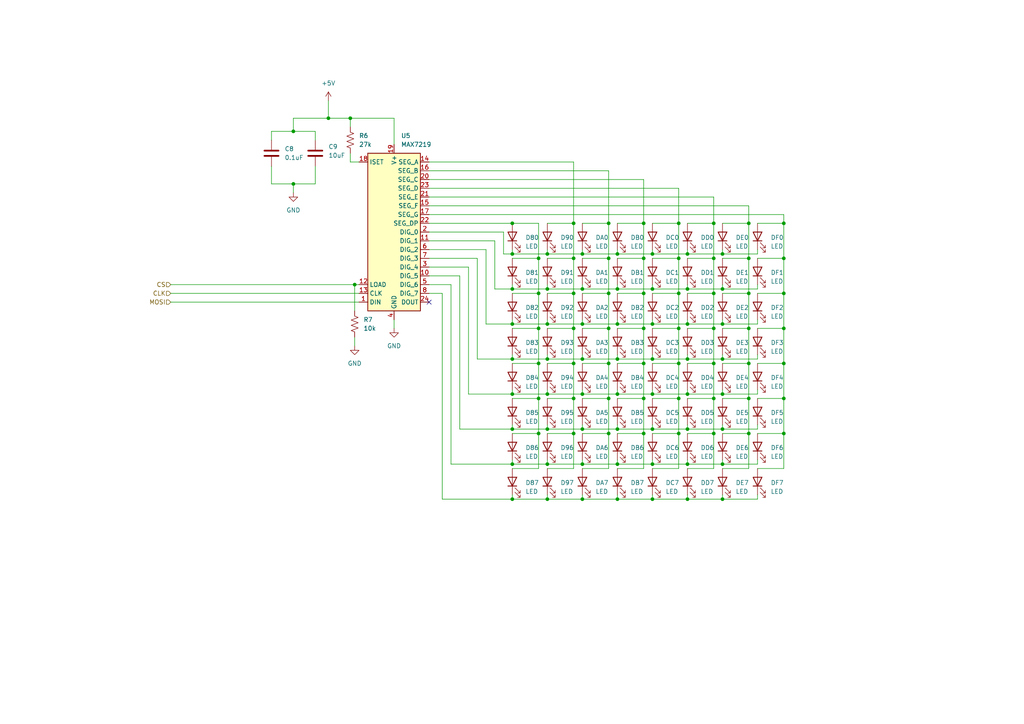
<source format=kicad_sch>
(kicad_sch (version 20211123) (generator eeschema)
  (paper "A4")
  (lib_symbols
    (symbol "Device:C" (pin_numbers hide) (pin_names (offset 0.254))
      (property "Reference" "C" (at 0.635 2.54 0))
      (property "Value" "C" (at 0.635 -2.54 0))
      (symbol "C_0_1"
        (polyline (pts (xy -2.032 -0.762) (xy 2.032 -0.762)) (stroke (width 0.508)))
        (polyline (pts (xy -2.032 0.762) (xy 2.032 0.762)) (stroke (width 0.508)))
      )
      (symbol "C_1_1"
        (pin passive line (at 0 3.81 270) (length 2.794) (name "~") (number "1"))
        (pin passive line (at 0 -3.81 90) (length 2.794) (name "~") (number "2"))
      )
    )
    (symbol "Device:LED" (pin_numbers hide) (pin_names (offset 1.016) hide)
      (property "Reference" "D" (at 0 2.54 0))
      (property "Value" "LED" (at 0 -2.54 0))
      (symbol "LED_0_1"
        (polyline (pts (xy -1.27 -1.27) (xy -1.27 1.27)) (stroke (width 0.254)))
        (polyline (pts (xy -1.27 0) (xy 1.27 0)))
        (polyline (pts (xy 1.27 -1.27) (xy 1.27 1.27) (xy -1.27 0) (xy 1.27 -1.27)) (stroke (width 0.254)))
        (polyline (pts (xy -3.048 -0.762) (xy -4.572 -2.286) (xy -3.81 -2.286) (xy -4.572 -2.286) (xy -4.572 -1.524)))
        (polyline (pts (xy -1.778 -0.762) (xy -3.302 -2.286) (xy -2.54 -2.286) (xy -3.302 -2.286) (xy -3.302 -1.524)))
      )
      (symbol "LED_1_1"
        (pin passive line (at -3.81 0 0) (length 2.54) (name "K") (number "1"))
        (pin passive line (at 3.81 0 180) (length 2.54) (name "A") (number "2"))
      )
    )
    (symbol "Device:R_US" (pin_numbers hide) (pin_names (offset 0))
      (property "Reference" "R" (at 2.54 0 90))
      (property "Value" "R_US" (at -2.54 0 90))
      (symbol "R_US_0_1"
        (polyline (pts (xy 0 -2.286) (xy 0 -2.54)))
        (polyline (pts (xy 0 2.286) (xy 0 2.54)))
        (polyline (pts (xy 0 -0.762) (xy 1.016 -1.143) (xy 0 -1.524) (xy -1.016 -1.905) (xy 0 -2.286)))
        (polyline (pts (xy 0 0.762) (xy 1.016 0.381) (xy 0 0) (xy -1.016 -0.381) (xy 0 -0.762)))
        (polyline (pts (xy 0 2.286) (xy 1.016 1.905) (xy 0 1.524) (xy -1.016 1.143) (xy 0 0.762)))
      )
      (symbol "R_US_1_1"
        (pin passive line (at 0 3.81 270) (length 1.27) (name "~") (number "1"))
        (pin passive line (at 0 -3.81 90) (length 1.27) (name "~") (number "2"))
      )
    )
    (symbol "Driver_LED:MAX7219"
      (property "Reference" "U" (at -6.35 24.13 0))
      (property "Value" "MAX7219" (at 1.27 25.4 0))
      (symbol "MAX7219_0_1"
        (rectangle (start -7.62 22.86) (end 7.62 -22.86) (stroke (width 0.254)) (fill (type background)))
      )
      (symbol "MAX7219_1_1"
        (pin input line (at -10.16 -20.32 0) (length 2.54) (name "DIN") (number "1"))
        (pin output line (at 10.16 -12.7 180) (length 2.54) (name "DIG_5") (number "10"))
        (pin output line (at 10.16 -2.54 180) (length 2.54) (name "DIG_1") (number "11"))
        (pin input line (at -10.16 -15.24 0) (length 2.54) (name "LOAD") (number "12"))
        (pin input line (at -10.16 -17.78 0) (length 2.54) (name "CLK") (number "13"))
        (pin output line (at 10.16 20.32 180) (length 2.54) (name "SEG_A") (number "14"))
        (pin output line (at 10.16 7.62 180) (length 2.54) (name "SEG_F") (number "15"))
        (pin output line (at 10.16 17.78 180) (length 2.54) (name "SEG_B") (number "16"))
        (pin output line (at 10.16 5.08 180) (length 2.54) (name "SEG_G") (number "17"))
        (pin input line (at -10.16 20.32 0) (length 2.54) (name "ISET") (number "18"))
        (pin power_in line (at 0 25.4 270) (length 2.54) (name "V+") (number "19"))
        (pin output line (at 10.16 0 180) (length 2.54) (name "DIG_0") (number "2"))
        (pin output line (at 10.16 15.24 180) (length 2.54) (name "SEG_C") (number "20"))
        (pin output line (at 10.16 10.16 180) (length 2.54) (name "SEG_E") (number "21"))
        (pin output line (at 10.16 2.54 180) (length 2.54) (name "SEG_DP") (number "22"))
        (pin output line (at 10.16 12.7 180) (length 2.54) (name "SEG_D") (number "23"))
        (pin output line (at 10.16 -20.32 180) (length 2.54) (name "DOUT") (number "24"))
        (pin output line (at 10.16 -10.16 180) (length 2.54) (name "DIG_4") (number "3"))
        (pin power_in line (at 0 -25.4 90) (length 2.54) (name "GND") (number "4"))
        (pin output line (at 10.16 -15.24 180) (length 2.54) (name "DIG_6") (number "5"))
        (pin output line (at 10.16 -5.08 180) (length 2.54) (name "DIG_2") (number "6"))
        (pin output line (at 10.16 -7.62 180) (length 2.54) (name "DIG_3") (number "7"))
        (pin output line (at 10.16 -17.78 180) (length 2.54) (name "DIG_7") (number "8"))
        (pin passive line (at 0 -25.4 90) (length 2.54) hide (name "GND") (number "9"))
      )
    )
    (symbol "power:+5V" (power) (pin_names (offset 0))
      (property "Value" "+5V" (at 0 3.556 0))
      (symbol "+5V_0_1"
        (polyline (pts (xy -0.762 1.27) (xy 0 2.54)))
        (polyline (pts (xy 0 0) (xy 0 2.54)))
        (polyline (pts (xy 0 2.54) (xy 0.762 1.27)))
      )
      (symbol "+5V_1_1"
        (pin power_in line (at 0 0 90) (length 0) hide (name "+5V") (number "1"))
      )
    )
    (symbol "power:GND" (power) (pin_names (offset 0))
      (property "Value" "GND" (at 0 -3.81 0))
      (symbol "GND_0_1"
        (polyline (pts (xy 0 0) (xy 0 -1.27) (xy 1.27 -1.27) (xy 0 -2.54) (xy -1.27 -1.27) (xy 0 -1.27)))
      )
      (symbol "GND_1_1"
        (pin power_in line (at 0 0 270) (length 0) hide (name "GND") (number "1"))
      )
    )
  )
  (junction (at 217.17 105.41))
  (junction (at 209.55 124.46))
  (junction (at 168.91 73.66))
  (junction (at 179.07 73.66))
  (junction (at 207.01 64.77))
  (junction (at 209.55 73.66))
  (junction (at 176.53 85.09))
  (junction (at 209.55 83.82))
  (junction (at 227.33 95.25))
  (junction (at 168.91 83.82))
  (junction (at 166.37 64.77))
  (junction (at 156.21 125.73))
  (junction (at 101.6 34.29))
  (junction (at 199.39 73.66))
  (junction (at 186.69 95.25))
  (junction (at 207.01 105.41))
  (junction (at 189.23 144.78))
  (junction (at 168.91 93.98))
  (junction (at 186.69 115.57))
  (junction (at 176.53 115.57))
  (junction (at 207.01 95.25))
  (junction (at 179.07 124.46))
  (junction (at 166.37 74.93))
  (junction (at 199.39 93.98))
  (junction (at 102.87 82.55))
  (junction (at 189.23 134.62))
  (junction (at 148.59 64.77))
  (junction (at 158.75 104.14))
  (junction (at 179.07 144.78))
  (junction (at 199.39 104.14))
  (junction (at 85.09 53.34))
  (junction (at 166.37 125.73))
  (junction (at 176.53 105.41))
  (junction (at 217.17 95.25))
  (junction (at 156.21 115.57))
  (junction (at 168.91 104.14))
  (junction (at 158.75 83.82))
  (junction (at 209.55 134.62))
  (junction (at 166.37 85.09))
  (junction (at 199.39 114.3))
  (junction (at 158.75 93.98))
  (junction (at 148.59 73.66))
  (junction (at 207.01 85.09))
  (junction (at 166.37 95.25))
  (junction (at 168.91 114.3))
  (junction (at 186.69 64.77))
  (junction (at 209.55 93.98))
  (junction (at 217.17 85.09))
  (junction (at 227.33 105.41))
  (junction (at 166.37 105.41))
  (junction (at 196.85 115.57))
  (junction (at 158.75 124.46))
  (junction (at 196.85 74.93))
  (junction (at 168.91 134.62))
  (junction (at 209.55 114.3))
  (junction (at 158.75 73.66))
  (junction (at 209.55 104.14))
  (junction (at 207.01 115.57))
  (junction (at 217.17 115.57))
  (junction (at 148.59 144.78))
  (junction (at 148.59 93.98))
  (junction (at 179.07 134.62))
  (junction (at 179.07 114.3))
  (junction (at 186.69 85.09))
  (junction (at 209.55 144.78))
  (junction (at 85.09 38.1))
  (junction (at 189.23 104.14))
  (junction (at 199.39 83.82))
  (junction (at 148.59 134.62))
  (junction (at 199.39 134.62))
  (junction (at 217.17 125.73))
  (junction (at 196.85 85.09))
  (junction (at 179.07 93.98))
  (junction (at 189.23 124.46))
  (junction (at 189.23 93.98))
  (junction (at 199.39 144.78))
  (junction (at 207.01 74.93))
  (junction (at 196.85 64.77))
  (junction (at 186.69 74.93))
  (junction (at 227.33 64.77))
  (junction (at 168.91 124.46))
  (junction (at 176.53 125.73))
  (junction (at 196.85 105.41))
  (junction (at 186.69 125.73))
  (junction (at 148.59 124.46))
  (junction (at 199.39 124.46))
  (junction (at 95.25 34.29))
  (junction (at 189.23 83.82))
  (junction (at 179.07 104.14))
  (junction (at 227.33 85.09))
  (junction (at 189.23 73.66))
  (junction (at 156.21 85.09))
  (junction (at 148.59 83.82))
  (junction (at 176.53 64.77))
  (junction (at 179.07 83.82))
  (junction (at 189.23 114.3))
  (junction (at 156.21 74.93))
  (junction (at 158.75 114.3))
  (junction (at 227.33 74.93))
  (junction (at 158.75 134.62))
  (junction (at 186.69 105.41))
  (junction (at 217.17 74.93))
  (junction (at 176.53 74.93))
  (junction (at 196.85 125.73))
  (junction (at 168.91 144.78))
  (junction (at 148.59 104.14))
  (junction (at 156.21 95.25))
  (junction (at 166.37 115.57))
  (junction (at 207.01 125.73))
  (junction (at 148.59 114.3))
  (junction (at 158.75 144.78))
  (junction (at 156.21 105.41))
  (junction (at 176.53 95.25))
  (junction (at 217.17 64.77))
  (junction (at 227.33 115.57))
  (junction (at 227.33 125.73))
  (junction (at 196.85 95.25))
  (no_connect (at 124.46 87.63))
  (wire (pts (xy 199.39 114.3) (xy 189.23 114.3)))
  (wire (pts (xy 199.39 102.87) (xy 199.39 104.14)))
  (wire (pts (xy 148.59 104.14) (xy 138.43 104.14)))
  (wire (pts (xy 219.71 85.09) (xy 227.33 85.09)))
  (wire (pts (xy 179.07 124.46) (xy 168.91 124.46)))
  (wire (pts (xy 176.53 85.09) (xy 176.53 95.25)))
  (wire (pts (xy 227.33 85.09) (xy 227.33 95.25)))
  (wire (pts (xy 179.07 93.98) (xy 168.91 93.98)))
  (wire (pts (xy 189.23 85.09) (xy 196.85 85.09)))
  (wire (pts (xy 114.3 34.29) (xy 101.6 34.29)))
  (wire (pts (xy 158.75 114.3) (xy 148.59 114.3)))
  (wire (pts (xy 209.55 64.77) (xy 217.17 64.77)))
  (wire (pts (xy 179.07 143.51) (xy 179.07 144.78)))
  (wire (pts (xy 166.37 85.09) (xy 166.37 95.25)))
  (wire (pts (xy 158.75 105.41) (xy 166.37 105.41)))
  (wire (pts (xy 148.59 124.46) (xy 133.35 124.46)))
  (wire (pts (xy 189.23 105.41) (xy 196.85 105.41)))
  (wire (pts (xy 168.91 143.51) (xy 168.91 144.78)))
  (wire (pts (xy 176.53 95.25) (xy 176.53 105.41)))
  (wire (pts (xy 219.71 144.78) (xy 209.55 144.78)))
  (wire (pts (xy 168.91 124.46) (xy 158.75 124.46)))
  (wire (pts (xy 219.71 113.03) (xy 219.71 114.3)))
  (wire (pts (xy 101.6 34.29) (xy 101.6 36.83)))
  (wire (pts (xy 189.23 95.25) (xy 196.85 95.25)))
  (wire (pts (xy 189.23 113.03) (xy 189.23 114.3)))
  (wire (pts (xy 114.3 41.91) (xy 114.3 34.29)))
  (wire (pts (xy 49.53 85.09) (xy 104.14 85.09)))
  (wire (pts (xy 124.46 69.85) (xy 143.51 69.85)))
  (wire (pts (xy 199.39 144.78) (xy 189.23 144.78)))
  (wire (pts (xy 176.53 64.77) (xy 176.53 74.93)))
  (wire (pts (xy 158.75 102.87) (xy 158.75 104.14)))
  (wire (pts (xy 217.17 95.25) (xy 217.17 105.41)))
  (wire (pts (xy 179.07 82.55) (xy 179.07 83.82)))
  (wire (pts (xy 199.39 74.93) (xy 207.01 74.93)))
  (wire (pts (xy 78.74 38.1) (xy 85.09 38.1)))
  (wire (pts (xy 95.25 29.21) (xy 95.25 34.29)))
  (wire (pts (xy 158.75 133.35) (xy 158.75 134.62)))
  (wire (pts (xy 179.07 105.41) (xy 186.69 105.41)))
  (wire (pts (xy 189.23 125.73) (xy 196.85 125.73)))
  (wire (pts (xy 130.81 134.62) (xy 130.81 82.55)))
  (wire (pts (xy 102.87 82.55) (xy 102.87 90.17)))
  (wire (pts (xy 176.53 74.93) (xy 176.53 85.09)))
  (wire (pts (xy 168.91 105.41) (xy 176.53 105.41)))
  (wire (pts (xy 186.69 125.73) (xy 186.69 135.89)))
  (wire (pts (xy 156.21 85.09) (xy 156.21 95.25)))
  (wire (pts (xy 179.07 64.77) (xy 186.69 64.77)))
  (wire (pts (xy 91.44 48.26) (xy 91.44 53.34)))
  (wire (pts (xy 199.39 115.57) (xy 207.01 115.57)))
  (wire (pts (xy 219.71 104.14) (xy 209.55 104.14)))
  (wire (pts (xy 148.59 134.62) (xy 130.81 134.62)))
  (wire (pts (xy 219.71 102.87) (xy 219.71 104.14)))
  (wire (pts (xy 179.07 92.71) (xy 179.07 93.98)))
  (wire (pts (xy 49.53 82.55) (xy 102.87 82.55)))
  (wire (pts (xy 209.55 144.78) (xy 199.39 144.78)))
  (wire (pts (xy 199.39 73.66) (xy 189.23 73.66)))
  (wire (pts (xy 148.59 143.51) (xy 148.59 144.78)))
  (wire (pts (xy 124.46 59.69) (xy 217.17 59.69)))
  (wire (pts (xy 199.39 123.19) (xy 199.39 124.46)))
  (wire (pts (xy 148.59 74.93) (xy 156.21 74.93)))
  (wire (pts (xy 179.07 72.39) (xy 179.07 73.66)))
  (wire (pts (xy 219.71 92.71) (xy 219.71 93.98)))
  (wire (pts (xy 156.21 135.89) (xy 148.59 135.89)))
  (wire (pts (xy 207.01 64.77) (xy 207.01 74.93)))
  (wire (pts (xy 189.23 124.46) (xy 179.07 124.46)))
  (wire (pts (xy 158.75 125.73) (xy 166.37 125.73)))
  (wire (pts (xy 168.91 93.98) (xy 158.75 93.98)))
  (wire (pts (xy 207.01 74.93) (xy 207.01 85.09)))
  (wire (pts (xy 166.37 46.99) (xy 166.37 64.77)))
  (wire (pts (xy 199.39 143.51) (xy 199.39 144.78)))
  (wire (pts (xy 209.55 85.09) (xy 217.17 85.09)))
  (wire (pts (xy 135.89 114.3) (xy 135.89 77.47)))
  (wire (pts (xy 148.59 85.09) (xy 156.21 85.09)))
  (wire (pts (xy 91.44 38.1) (xy 91.44 40.64)))
  (wire (pts (xy 207.01 125.73) (xy 207.01 135.89)))
  (wire (pts (xy 227.33 62.23) (xy 227.33 64.77)))
  (wire (pts (xy 189.23 72.39) (xy 189.23 73.66)))
  (wire (pts (xy 176.53 135.89) (xy 168.91 135.89)))
  (wire (pts (xy 176.53 125.73) (xy 176.53 135.89)))
  (wire (pts (xy 138.43 74.93) (xy 124.46 74.93)))
  (wire (pts (xy 156.21 115.57) (xy 156.21 125.73)))
  (wire (pts (xy 207.01 105.41) (xy 207.01 115.57)))
  (wire (pts (xy 148.59 72.39) (xy 148.59 73.66)))
  (wire (pts (xy 219.71 124.46) (xy 209.55 124.46)))
  (wire (pts (xy 49.53 87.63) (xy 104.14 87.63)))
  (wire (pts (xy 227.33 125.73) (xy 227.33 135.89)))
  (wire (pts (xy 219.71 93.98) (xy 209.55 93.98)))
  (wire (pts (xy 176.53 49.53) (xy 176.53 64.77)))
  (wire (pts (xy 168.91 64.77) (xy 176.53 64.77)))
  (wire (pts (xy 85.09 55.88) (xy 85.09 53.34)))
  (wire (pts (xy 227.33 135.89) (xy 219.71 135.89)))
  (wire (pts (xy 189.23 115.57) (xy 196.85 115.57)))
  (wire (pts (xy 199.39 95.25) (xy 207.01 95.25)))
  (wire (pts (xy 102.87 97.79) (xy 102.87 100.33)))
  (wire (pts (xy 130.81 82.55) (xy 124.46 82.55)))
  (wire (pts (xy 168.91 92.71) (xy 168.91 93.98)))
  (wire (pts (xy 158.75 64.77) (xy 166.37 64.77)))
  (wire (pts (xy 196.85 135.89) (xy 189.23 135.89)))
  (wire (pts (xy 189.23 102.87) (xy 189.23 104.14)))
  (wire (pts (xy 168.91 133.35) (xy 168.91 134.62)))
  (wire (pts (xy 199.39 93.98) (xy 189.23 93.98)))
  (wire (pts (xy 148.59 144.78) (xy 128.27 144.78)))
  (wire (pts (xy 199.39 105.41) (xy 207.01 105.41)))
  (wire (pts (xy 148.59 73.66) (xy 146.05 73.66)))
  (wire (pts (xy 158.75 124.46) (xy 148.59 124.46)))
  (wire (pts (xy 219.71 64.77) (xy 227.33 64.77)))
  (wire (pts (xy 219.71 133.35) (xy 219.71 134.62)))
  (wire (pts (xy 148.59 95.25) (xy 156.21 95.25)))
  (wire (pts (xy 85.09 34.29) (xy 85.09 38.1)))
  (wire (pts (xy 196.85 105.41) (xy 196.85 115.57)))
  (wire (pts (xy 166.37 74.93) (xy 166.37 85.09)))
  (wire (pts (xy 168.91 104.14) (xy 158.75 104.14)))
  (wire (pts (xy 199.39 72.39) (xy 199.39 73.66)))
  (wire (pts (xy 133.35 80.01) (xy 124.46 80.01)))
  (wire (pts (xy 189.23 93.98) (xy 179.07 93.98)))
  (wire (pts (xy 209.55 113.03) (xy 209.55 114.3)))
  (wire (pts (xy 148.59 125.73) (xy 156.21 125.73)))
  (wire (pts (xy 101.6 46.99) (xy 104.14 46.99)))
  (wire (pts (xy 189.23 83.82) (xy 199.39 83.82)))
  (wire (pts (xy 196.85 125.73) (xy 196.85 135.89)))
  (wire (pts (xy 209.55 123.19) (xy 209.55 124.46)))
  (wire (pts (xy 189.23 123.19) (xy 189.23 124.46)))
  (wire (pts (xy 186.69 135.89) (xy 179.07 135.89)))
  (wire (pts (xy 199.39 85.09) (xy 207.01 85.09)))
  (wire (pts (xy 91.44 53.34) (xy 85.09 53.34)))
  (wire (pts (xy 168.91 74.93) (xy 176.53 74.93)))
  (wire (pts (xy 128.27 144.78) (xy 128.27 85.09)))
  (wire (pts (xy 199.39 125.73) (xy 207.01 125.73)))
  (wire (pts (xy 217.17 105.41) (xy 217.17 115.57)))
  (wire (pts (xy 124.46 46.99) (xy 166.37 46.99)))
  (wire (pts (xy 196.85 54.61) (xy 196.85 64.77)))
  (wire (pts (xy 168.91 82.55) (xy 168.91 83.82)))
  (wire (pts (xy 148.59 92.71) (xy 148.59 93.98)))
  (wire (pts (xy 209.55 93.98) (xy 199.39 93.98)))
  (wire (pts (xy 78.74 53.34) (xy 85.09 53.34)))
  (wire (pts (xy 168.91 102.87) (xy 168.91 104.14)))
  (wire (pts (xy 176.53 105.41) (xy 176.53 115.57)))
  (wire (pts (xy 158.75 73.66) (xy 148.59 73.66)))
  (wire (pts (xy 166.37 64.77) (xy 166.37 74.93)))
  (wire (pts (xy 179.07 133.35) (xy 179.07 134.62)))
  (wire (pts (xy 209.55 92.71) (xy 209.55 93.98)))
  (wire (pts (xy 189.23 134.62) (xy 179.07 134.62)))
  (wire (pts (xy 199.39 133.35) (xy 199.39 134.62)))
  (wire (pts (xy 207.01 135.89) (xy 199.39 135.89)))
  (wire (pts (xy 168.91 72.39) (xy 168.91 73.66)))
  (wire (pts (xy 143.51 83.82) (xy 143.51 69.85)))
  (wire (pts (xy 217.17 85.09) (xy 217.17 95.25)))
  (wire (pts (xy 168.91 123.19) (xy 168.91 124.46)))
  (wire (pts (xy 124.46 52.07) (xy 186.69 52.07)))
  (wire (pts (xy 158.75 115.57) (xy 166.37 115.57)))
  (wire (pts (xy 158.75 143.51) (xy 158.75 144.78)))
  (wire (pts (xy 179.07 114.3) (xy 168.91 114.3)))
  (wire (pts (xy 209.55 125.73) (xy 217.17 125.73)))
  (wire (pts (xy 199.39 64.77) (xy 207.01 64.77)))
  (wire (pts (xy 179.07 95.25) (xy 186.69 95.25)))
  (wire (pts (xy 219.71 115.57) (xy 227.33 115.57)))
  (wire (pts (xy 78.74 40.64) (xy 78.74 38.1)))
  (wire (pts (xy 179.07 74.93) (xy 186.69 74.93)))
  (wire (pts (xy 217.17 135.89) (xy 209.55 135.89)))
  (wire (pts (xy 148.59 83.82) (xy 158.75 83.82)))
  (wire (pts (xy 207.01 115.57) (xy 207.01 125.73)))
  (wire (pts (xy 189.23 64.77) (xy 196.85 64.77)))
  (wire (pts (xy 186.69 115.57) (xy 186.69 125.73)))
  (wire (pts (xy 166.37 115.57) (xy 166.37 125.73)))
  (wire (pts (xy 148.59 82.55) (xy 148.59 83.82)))
  (wire (pts (xy 146.05 67.31) (xy 124.46 67.31)))
  (wire (pts (xy 217.17 115.57) (xy 217.17 125.73)))
  (wire (pts (xy 135.89 77.47) (xy 124.46 77.47)))
  (wire (pts (xy 209.55 133.35) (xy 209.55 134.62)))
  (wire (pts (xy 186.69 105.41) (xy 186.69 115.57)))
  (wire (pts (xy 156.21 74.93) (xy 156.21 85.09)))
  (wire (pts (xy 189.23 104.14) (xy 179.07 104.14)))
  (wire (pts (xy 189.23 92.71) (xy 189.23 93.98)))
  (wire (pts (xy 133.35 124.46) (xy 133.35 80.01)))
  (wire (pts (xy 166.37 95.25) (xy 166.37 105.41)))
  (wire (pts (xy 209.55 102.87) (xy 209.55 104.14)))
  (wire (pts (xy 78.74 48.26) (xy 78.74 53.34)))
  (wire (pts (xy 168.91 95.25) (xy 176.53 95.25)))
  (wire (pts (xy 219.71 125.73) (xy 227.33 125.73)))
  (wire (pts (xy 199.39 113.03) (xy 199.39 114.3)))
  (wire (pts (xy 158.75 144.78) (xy 148.59 144.78)))
  (wire (pts (xy 168.91 134.62) (xy 158.75 134.62)))
  (wire (pts (xy 148.59 102.87) (xy 148.59 104.14)))
  (wire (pts (xy 148.59 115.57) (xy 156.21 115.57)))
  (wire (pts (xy 168.91 125.73) (xy 176.53 125.73)))
  (wire (pts (xy 219.71 82.55) (xy 219.71 83.82)))
  (wire (pts (xy 219.71 74.93) (xy 227.33 74.93)))
  (wire (pts (xy 101.6 44.45) (xy 101.6 46.99)))
  (wire (pts (xy 186.69 85.09) (xy 186.69 95.25)))
  (wire (pts (xy 166.37 135.89) (xy 158.75 135.89)))
  (wire (pts (xy 179.07 113.03) (xy 179.07 114.3)))
  (wire (pts (xy 168.91 73.66) (xy 158.75 73.66)))
  (wire (pts (xy 158.75 83.82) (xy 168.91 83.82)))
  (wire (pts (xy 209.55 72.39) (xy 209.55 73.66)))
  (wire (pts (xy 209.55 143.51) (xy 209.55 144.78)))
  (wire (pts (xy 140.97 72.39) (xy 124.46 72.39)))
  (wire (pts (xy 209.55 105.41) (xy 217.17 105.41)))
  (wire (pts (xy 156.21 64.77) (xy 156.21 74.93)))
  (wire (pts (xy 179.07 83.82) (xy 189.23 83.82)))
  (wire (pts (xy 168.91 85.09) (xy 176.53 85.09)))
  (wire (pts (xy 158.75 72.39) (xy 158.75 73.66)))
  (wire (pts (xy 101.6 34.29) (xy 95.25 34.29)))
  (wire (pts (xy 189.23 74.93) (xy 196.85 74.93)))
  (wire (pts (xy 179.07 123.19) (xy 179.07 124.46)))
  (wire (pts (xy 207.01 85.09) (xy 207.01 95.25)))
  (wire (pts (xy 124.46 62.23) (xy 227.33 62.23)))
  (wire (pts (xy 219.71 114.3) (xy 209.55 114.3)))
  (wire (pts (xy 146.05 73.66) (xy 146.05 67.31)))
  (wire (pts (xy 114.3 92.71) (xy 114.3 95.25)))
  (wire (pts (xy 199.39 83.82) (xy 209.55 83.82)))
  (wire (pts (xy 186.69 74.93) (xy 186.69 85.09)))
  (wire (pts (xy 158.75 93.98) (xy 148.59 93.98)))
  (wire (pts (xy 166.37 125.73) (xy 166.37 135.89)))
  (wire (pts (xy 124.46 49.53) (xy 176.53 49.53)))
  (wire (pts (xy 196.85 85.09) (xy 196.85 95.25)))
  (wire (pts (xy 158.75 95.25) (xy 166.37 95.25)))
  (wire (pts (xy 217.17 64.77) (xy 217.17 74.93)))
  (wire (pts (xy 176.53 115.57) (xy 176.53 125.73)))
  (wire (pts (xy 148.59 133.35) (xy 148.59 134.62)))
  (wire (pts (xy 158.75 82.55) (xy 158.75 83.82)))
  (wire (pts (xy 158.75 85.09) (xy 166.37 85.09)))
  (wire (pts (xy 207.01 57.15) (xy 207.01 64.77)))
  (wire (pts (xy 179.07 85.09) (xy 186.69 85.09)))
  (wire (pts (xy 217.17 74.93) (xy 217.17 85.09)))
  (wire (pts (xy 209.55 104.14) (xy 199.39 104.14)))
  (wire (pts (xy 209.55 115.57) (xy 217.17 115.57)))
  (wire (pts (xy 179.07 102.87) (xy 179.07 104.14)))
  (wire (pts (xy 196.85 115.57) (xy 196.85 125.73)))
  (wire (pts (xy 196.85 64.77) (xy 196.85 74.93)))
  (wire (pts (xy 199.39 124.46) (xy 189.23 124.46)))
  (wire (pts (xy 189.23 114.3) (xy 179.07 114.3)))
  (wire (pts (xy 179.07 104.14) (xy 168.91 104.14)))
  (wire (pts (xy 199.39 104.14) (xy 189.23 104.14)))
  (wire (pts (xy 158.75 123.19) (xy 158.75 124.46)))
  (wire (pts (xy 207.01 95.25) (xy 207.01 105.41)))
  (wire (pts (xy 219.71 143.51) (xy 219.71 144.78)))
  (wire (pts (xy 166.37 105.41) (xy 166.37 115.57)))
  (wire (pts (xy 189.23 144.78) (xy 179.07 144.78)))
  (wire (pts (xy 148.59 105.41) (xy 156.21 105.41)))
  (wire (pts (xy 186.69 52.07) (xy 186.69 64.77)))
  (wire (pts (xy 179.07 73.66) (xy 168.91 73.66)))
  (wire (pts (xy 95.25 34.29) (xy 85.09 34.29)))
  (wire (pts (xy 168.91 114.3) (xy 158.75 114.3)))
  (wire (pts (xy 189.23 73.66) (xy 179.07 73.66)))
  (wire (pts (xy 148.59 123.19) (xy 148.59 124.46)))
  (wire (pts (xy 227.33 105.41) (xy 227.33 115.57)))
  (wire (pts (xy 219.71 134.62) (xy 209.55 134.62)))
  (wire (pts (xy 227.33 95.25) (xy 227.33 105.41)))
  (wire (pts (xy 199.39 82.55) (xy 199.39 83.82)))
  (wire (pts (xy 219.71 73.66) (xy 209.55 73.66)))
  (wire (pts (xy 158.75 134.62) (xy 148.59 134.62)))
  (wire (pts (xy 219.71 123.19) (xy 219.71 124.46)))
  (wire (pts (xy 102.87 82.55) (xy 104.14 82.55)))
  (wire (pts (xy 168.91 83.82) (xy 179.07 83.82)))
  (wire (pts (xy 148.59 93.98) (xy 140.97 93.98)))
  (wire (pts (xy 168.91 113.03) (xy 168.91 114.3)))
  (wire (pts (xy 209.55 124.46) (xy 199.39 124.46)))
  (wire (pts (xy 209.55 83.82) (xy 219.71 83.82)))
  (wire (pts (xy 124.46 64.77) (xy 148.59 64.77)))
  (wire (pts (xy 148.59 64.77) (xy 156.21 64.77)))
  (wire (pts (xy 189.23 143.51) (xy 189.23 144.78)))
  (wire (pts (xy 209.55 82.55) (xy 209.55 83.82)))
  (wire (pts (xy 179.07 115.57) (xy 186.69 115.57)))
  (wire (pts (xy 143.51 83.82) (xy 148.59 83.82)))
  (wire (pts (xy 168.91 144.78) (xy 158.75 144.78)))
  (wire (pts (xy 217.17 125.73) (xy 217.17 135.89)))
  (wire (pts (xy 179.07 134.62) (xy 168.91 134.62)))
  (wire (pts (xy 85.09 38.1) (xy 91.44 38.1)))
  (wire (pts (xy 219.71 72.39) (xy 219.71 73.66)))
  (wire (pts (xy 140.97 93.98) (xy 140.97 72.39)))
  (wire (pts (xy 186.69 95.25) (xy 186.69 105.41)))
  (wire (pts (xy 196.85 74.93) (xy 196.85 85.09)))
  (wire (pts (xy 156.21 95.25) (xy 156.21 105.41)))
  (wire (pts (xy 158.75 113.03) (xy 158.75 114.3)))
  (wire (pts (xy 179.07 144.78) (xy 168.91 144.78)))
  (wire (pts (xy 209.55 74.93) (xy 217.17 74.93)))
  (wire (pts (xy 209.55 95.25) (xy 217.17 95.25)))
  (wire (pts (xy 227.33 74.93) (xy 227.33 85.09)))
  (wire (pts (xy 227.33 64.77) (xy 227.33 74.93)))
  (wire (pts (xy 138.43 104.14) (xy 138.43 74.93)))
  (wire (pts (xy 199.39 134.62) (xy 189.23 134.62)))
  (wire (pts (xy 168.91 115.57) (xy 176.53 115.57)))
  (wire (pts (xy 128.27 85.09) (xy 124.46 85.09)))
  (wire (pts (xy 209.55 114.3) (xy 199.39 114.3)))
  (wire (pts (xy 189.23 82.55) (xy 189.23 83.82)))
  (wire (pts (xy 209.55 134.62) (xy 199.39 134.62)))
  (wire (pts (xy 158.75 74.93) (xy 166.37 74.93)))
  (wire (pts (xy 196.85 95.25) (xy 196.85 105.41)))
  (wire (pts (xy 148.59 114.3) (xy 135.89 114.3)))
  (wire (pts (xy 158.75 92.71) (xy 158.75 93.98)))
  (wire (pts (xy 158.75 104.14) (xy 148.59 104.14)))
  (wire (pts (xy 156.21 125.73) (xy 156.21 135.89)))
  (wire (pts (xy 148.59 113.03) (xy 148.59 114.3)))
  (wire (pts (xy 186.69 64.77) (xy 186.69 74.93)))
  (wire (pts (xy 199.39 92.71) (xy 199.39 93.98)))
  (wire (pts (xy 209.55 73.66) (xy 199.39 73.66)))
  (wire (pts (xy 189.23 133.35) (xy 189.23 134.62)))
  (wire (pts (xy 124.46 57.15) (xy 207.01 57.15)))
  (wire (pts (xy 227.33 115.57) (xy 227.33 125.73)))
  (wire (pts (xy 179.07 125.73) (xy 186.69 125.73)))
  (wire (pts (xy 219.71 95.25) (xy 227.33 95.25)))
  (wire (pts (xy 217.17 59.69) (xy 217.17 64.77)))
  (wire (pts (xy 156.21 105.41) (xy 156.21 115.57)))
  (wire (pts (xy 124.46 54.61) (xy 196.85 54.61)))
  (wire (pts (xy 219.71 105.41) (xy 227.33 105.41)))
  (hierarchical_label "CS" (shape input) (at 49.53 82.55 180))
  (hierarchical_label "CLK" (shape input) (at 49.53 85.09 180))
  (hierarchical_label "MOSI" (shape input) (at 49.53 87.63 180))
  (symbol (lib_id "Device:LED") (at 179.07 109.22 90) (unit 1)
    (property "Reference" "DB4" (at 182.88 109.5374 90) (effects (justify right)))
    (property "Value" "LED" (at 182.88 112.0774 90) (effects (justify right)))
    (property "Footprint" "local:LED_Rectangular_W7.0mm_H2.3mm" (effects hide))
  )
  (symbol (lib_id "Device:LED") (at 148.59 99.06 90) (unit 1)
    (property "Reference" "D83" (at 152.4 99.3774 90) (effects (justify right)))
    (property "Value" "LED" (at 152.4 101.9174 90) (effects (justify right)))
    (property "Footprint" "local:LED_Rectangular_W7.0mm_H2.3mm" (effects hide))
  )
  (symbol (lib_id "Device:LED") (at 168.91 88.9 90) (unit 1)
    (property "Reference" "DA2" (at 172.72 89.2174 90) (effects (justify right)))
    (property "Value" "LED" (at 172.72 91.7574 90) (effects (justify right)))
    (property "Footprint" "local:LED_Rectangular_W7.0mm_H2.3mm" (effects hide))
  )
  (symbol (lib_id "Device:LED") (at 179.07 88.9 90) (unit 1)
    (property "Reference" "DB2" (at 182.88 89.2174 90) (effects (justify right)))
    (property "Value" "LED" (at 182.88 91.7574 90) (effects (justify right)))
    (property "Footprint" "local:LED_Rectangular_W7.0mm_H2.3mm" (effects hide))
  )
  (symbol (lib_id "Device:LED") (at 219.71 109.22 90) (unit 1)
    (property "Reference" "DF4" (at 223.52 109.5374 90) (effects (justify right)))
    (property "Value" "LED" (at 223.52 112.0774 90) (effects (justify right)))
    (property "Footprint" "local:LED_Rectangular_W7.0mm_H2.3mm" (effects hide))
  )
  (symbol (lib_id "Device:LED") (at 209.55 99.06 90) (unit 1)
    (property "Reference" "DE3" (at 213.36 99.3774 90) (effects (justify right)))
    (property "Value" "LED" (at 213.36 101.9174 90) (effects (justify right)))
    (property "Footprint" "local:LED_Rectangular_W7.0mm_H2.3mm" (effects hide))
  )
  (symbol (lib_id "Device:LED") (at 209.55 78.74 90) (unit 1)
    (property "Reference" "DE1" (at 213.36 79.0574 90) (effects (justify right)))
    (property "Value" "LED" (at 213.36 81.5974 90) (effects (justify right)))
    (property "Footprint" "local:LED_Rectangular_W7.0mm_H2.3mm" (effects hide))
  )
  (symbol (lib_id "Device:LED") (at 199.39 129.54 90) (unit 1)
    (property "Reference" "DD6" (at 203.2 129.8574 90) (effects (justify right)))
    (property "Value" "LED" (at 203.2 132.3974 90) (effects (justify right)))
    (property "Footprint" "local:LED_Rectangular_W7.0mm_H2.3mm" (effects hide))
  )
  (symbol (lib_id "Device:LED") (at 168.91 99.06 90) (unit 1)
    (property "Reference" "DA3" (at 172.72 99.3774 90) (effects (justify right)))
    (property "Value" "LED" (at 172.72 101.9174 90) (effects (justify right)))
    (property "Footprint" "local:LED_Rectangular_W7.0mm_H2.3mm" (effects hide))
  )
  (symbol (lib_id "Device:LED") (at 199.39 119.38 90) (unit 1)
    (property "Reference" "DD5" (at 203.2 119.6974 90) (effects (justify right)))
    (property "Value" "LED" (at 203.2 122.2374 90) (effects (justify right)))
    (property "Footprint" "local:LED_Rectangular_W7.0mm_H2.3mm" (effects hide))
  )
  (symbol (lib_id "Device:LED") (at 148.59 68.58 90) (unit 1)
    (property "Reference" "D80" (at 152.4 68.8974 90) (effects (justify right)))
    (property "Value" "LED" (at 152.4 71.4374 90) (effects (justify right)))
    (property "Footprint" "local:LED_Rectangular_W7.0mm_H2.3mm" (effects hide))
  )
  (symbol (lib_id "Device:LED") (at 158.75 129.54 90) (unit 1)
    (property "Reference" "D96" (at 162.56 129.8574 90) (effects (justify right)))
    (property "Value" "LED" (at 162.56 132.3974 90) (effects (justify right)))
    (property "Footprint" "local:LED_Rectangular_W7.0mm_H2.3mm" (effects hide))
  )
  (symbol (lib_id "Device:LED") (at 189.23 68.58 90) (unit 1)
    (property "Reference" "DC0" (at 193.04 68.8974 90) (effects (justify right)))
    (property "Value" "LED" (at 193.04 71.4374 90) (effects (justify right)))
    (property "Footprint" "local:LED_Rectangular_W7.0mm_H2.3mm" (effects hide))
  )
  (symbol (lib_id "Device:LED") (at 168.91 129.54 90) (unit 1)
    (property "Reference" "DA6" (at 172.72 129.8574 90) (effects (justify right)))
    (property "Value" "LED" (at 172.72 132.3974 90) (effects (justify right)))
    (property "Footprint" "local:LED_Rectangular_W7.0mm_H2.3mm" (effects hide))
  )
  (symbol (lib_id "Device:LED") (at 219.71 68.58 90) (unit 1)
    (property "Reference" "DF0" (at 223.52 68.8974 90) (effects (justify right)))
    (property "Value" "LED" (at 223.52 71.4374 90) (effects (justify right)))
    (property "Footprint" "local:LED_Rectangular_W7.0mm_H2.3mm" (effects hide))
  )
  (symbol (lib_id "Device:LED") (at 168.91 119.38 90) (unit 1)
    (property "Reference" "DA5" (at 172.72 119.6974 90) (effects (justify right)))
    (property "Value" "LED" (at 172.72 122.2374 90) (effects (justify right)))
    (property "Footprint" "local:LED_Rectangular_W7.0mm_H2.3mm" (effects hide))
  )
  (symbol (lib_id "Device:LED") (at 189.23 109.22 90) (unit 1)
    (property "Reference" "DC4" (at 193.04 109.5374 90) (effects (justify right)))
    (property "Value" "LED" (at 193.04 112.0774 90) (effects (justify right)))
    (property "Footprint" "local:LED_Rectangular_W7.0mm_H2.3mm" (effects hide))
  )
  (symbol (lib_id "Device:LED") (at 199.39 139.7 90) (unit 1)
    (property "Reference" "DD7" (at 203.2 140.0174 90) (effects (justify right)))
    (property "Value" "LED" (at 203.2 142.5574 90) (effects (justify right)))
    (property "Footprint" "local:LED_Rectangular_W7.0mm_H2.3mm" (effects hide))
  )
  (symbol (lib_id "Device:LED") (at 179.07 68.58 90) (unit 1)
    (property "Reference" "DB0" (at 182.88 68.8974 90) (effects (justify right)))
    (property "Value" "LED" (at 182.88 71.4374 90) (effects (justify right)))
    (property "Footprint" "local:LED_Rectangular_W7.0mm_H2.3mm" (effects hide))
  )
  (symbol (lib_id "Device:LED") (at 168.91 109.22 90) (unit 1)
    (property "Reference" "DA4" (at 172.72 109.5374 90) (effects (justify right)))
    (property "Value" "LED" (at 172.72 112.0774 90) (effects (justify right)))
    (property "Footprint" "local:LED_Rectangular_W7.0mm_H2.3mm" (effects hide))
  )
  (symbol (lib_id "Device:LED") (at 219.71 119.38 90) (unit 1)
    (property "Reference" "DF5" (at 223.52 119.6974 90) (effects (justify right)))
    (property "Value" "LED" (at 223.52 122.2374 90) (effects (justify right)))
    (property "Footprint" "local:LED_Rectangular_W7.0mm_H2.3mm" (effects hide))
  )
  (symbol (lib_id "Device:R_US") (at 101.6 40.64 0) (unit 1)
    (property "Reference" "R6" (at 104.14 39.3699 0) (effects (justify left)))
    (property "Value" "27k" (at 104.14 41.9099 0) (effects (justify left)))
    (property "Footprint" "Resistor_THT:R_Axial_DIN0207_L6.3mm_D2.5mm_P7.62mm_Horizontal" (effects hide))
  )
  (symbol (lib_id "Device:LED") (at 199.39 68.58 90) (unit 1)
    (property "Reference" "DD0" (at 203.2 68.8974 90) (effects (justify right)))
    (property "Value" "LED" (at 203.2 71.4374 90) (effects (justify right)))
    (property "Footprint" "local:LED_Rectangular_W7.0mm_H2.3mm" (effects hide))
  )
  (symbol (lib_id "Device:LED") (at 148.59 139.7 90) (unit 1)
    (property "Reference" "D87" (at 152.4 140.0174 90) (effects (justify right)))
    (property "Value" "LED" (at 152.4 142.5574 90) (effects (justify right)))
    (property "Footprint" "local:LED_Rectangular_W7.0mm_H2.3mm" (effects hide))
  )
  (symbol (lib_id "power:+5V") (at 95.25 29.21 0) (unit 1)
    (property "Reference" "#PWR018" (effects hide))
    (property "Value" "+5V" (at 95.25 24.13 0))
  )
  (symbol (lib_id "Device:LED") (at 148.59 129.54 90) (unit 1)
    (property "Reference" "D86" (at 152.4 129.8574 90) (effects (justify right)))
    (property "Value" "LED" (at 152.4 132.3974 90) (effects (justify right)))
    (property "Footprint" "local:LED_Rectangular_W7.0mm_H2.3mm" (effects hide))
  )
  (symbol (lib_id "Device:LED") (at 199.39 109.22 90) (unit 1)
    (property "Reference" "DD4" (at 203.2 109.5374 90) (effects (justify right)))
    (property "Value" "LED" (at 203.2 112.0774 90) (effects (justify right)))
    (property "Footprint" "local:LED_Rectangular_W7.0mm_H2.3mm" (effects hide))
  )
  (symbol (lib_id "Device:LED") (at 179.07 139.7 90) (unit 1)
    (property "Reference" "DB7" (at 182.88 140.0174 90) (effects (justify right)))
    (property "Value" "LED" (at 182.88 142.5574 90) (effects (justify right)))
    (property "Footprint" "local:LED_Rectangular_W7.0mm_H2.3mm" (effects hide))
  )
  (symbol (lib_id "Device:LED") (at 209.55 119.38 90) (unit 1)
    (property "Reference" "DE5" (at 213.36 119.6974 90) (effects (justify right)))
    (property "Value" "LED" (at 213.36 122.2374 90) (effects (justify right)))
    (property "Footprint" "local:LED_Rectangular_W7.0mm_H2.3mm" (effects hide))
  )
  (symbol (lib_id "Device:LED") (at 158.75 99.06 90) (unit 1)
    (property "Reference" "D93" (at 162.56 99.3774 90) (effects (justify right)))
    (property "Value" "LED" (at 162.56 101.9174 90) (effects (justify right)))
    (property "Footprint" "local:LED_Rectangular_W7.0mm_H2.3mm" (effects hide))
  )
  (symbol (lib_id "Device:C") (at 78.74 44.45 0) (unit 1)
    (property "Reference" "C8" (at 82.55 43.1799 0) (effects (justify left)))
    (property "Value" "0.1uF" (at 82.55 45.7199 0) (effects (justify left)))
    (property "Footprint" "Capacitor_THT:C_Disc_D5.0mm_W2.5mm_P2.50mm" (effects hide))
  )
  (symbol (lib_id "power:GND") (at 85.09 55.88 0) (unit 1)
    (property "Reference" "#PWR017" (effects hide))
    (property "Value" "GND" (at 85.09 60.96 0))
  )
  (symbol (lib_id "Device:LED") (at 148.59 119.38 90) (unit 1)
    (property "Reference" "D85" (at 152.4 119.6974 90) (effects (justify right)))
    (property "Value" "LED" (at 152.4 122.2374 90) (effects (justify right)))
    (property "Footprint" "local:LED_Rectangular_W7.0mm_H2.3mm" (effects hide))
  )
  (symbol (lib_id "Device:LED") (at 158.75 109.22 90) (unit 1)
    (property "Reference" "D94" (at 162.56 109.5374 90) (effects (justify right)))
    (property "Value" "LED" (at 162.56 112.0774 90) (effects (justify right)))
    (property "Footprint" "local:LED_Rectangular_W7.0mm_H2.3mm" (effects hide))
  )
  (symbol (lib_id "Driver_LED:MAX7219") (at 114.3 67.31 0) (unit 1)
    (property "Reference" "U5" (at 116.3194 39.37 0) (effects (justify left)))
    (property "Value" "MAX7219" (at 116.3194 41.91 0) (effects (justify left)))
    (property "Footprint" "Package_DIP:DIP-24_W7.62mm" (effects hide))
    (property "Datasheet" "https://datasheets.maximintegrated.com/en/ds/MAX7219-MAX7221.pdf" (effects hide))
  )
  (symbol (lib_id "Device:LED") (at 219.71 139.7 90) (unit 1)
    (property "Reference" "DF7" (at 223.52 140.0174 90) (effects (justify right)))
    (property "Value" "LED" (at 223.52 142.5574 90) (effects (justify right)))
    (property "Footprint" "local:LED_Rectangular_W7.0mm_H2.3mm" (effects hide))
  )
  (symbol (lib_id "Device:LED") (at 199.39 88.9 90) (unit 1)
    (property "Reference" "DD2" (at 203.2 89.2174 90) (effects (justify right)))
    (property "Value" "LED" (at 203.2 91.7574 90) (effects (justify right)))
    (property "Footprint" "local:LED_Rectangular_W7.0mm_H2.3mm" (effects hide))
  )
  (symbol (lib_id "Device:LED") (at 219.71 99.06 90) (unit 1)
    (property "Reference" "DF3" (at 223.52 99.3774 90) (effects (justify right)))
    (property "Value" "LED" (at 223.52 101.9174 90) (effects (justify right)))
    (property "Footprint" "local:LED_Rectangular_W7.0mm_H2.3mm" (effects hide))
  )
  (symbol (lib_id "Device:LED") (at 168.91 78.74 90) (unit 1)
    (property "Reference" "DA1" (at 172.72 79.0574 90) (effects (justify right)))
    (property "Value" "LED" (at 172.72 81.5974 90) (effects (justify right)))
    (property "Footprint" "local:LED_Rectangular_W7.0mm_H2.3mm" (effects hide))
  )
  (symbol (lib_id "Device:LED") (at 189.23 78.74 90) (unit 1)
    (property "Reference" "DC1" (at 193.04 79.0574 90) (effects (justify right)))
    (property "Value" "LED" (at 193.04 81.5974 90) (effects (justify right)))
    (property "Footprint" "local:LED_Rectangular_W7.0mm_H2.3mm" (effects hide))
  )
  (symbol (lib_id "Device:LED") (at 189.23 88.9 90) (unit 1)
    (property "Reference" "DC2" (at 193.04 89.2174 90) (effects (justify right)))
    (property "Value" "LED" (at 193.04 91.7574 90) (effects (justify right)))
    (property "Footprint" "local:LED_Rectangular_W7.0mm_H2.3mm" (effects hide))
  )
  (symbol (lib_id "Device:LED") (at 189.23 119.38 90) (unit 1)
    (property "Reference" "DC5" (at 193.04 119.6974 90) (effects (justify right)))
    (property "Value" "LED" (at 193.04 122.2374 90) (effects (justify right)))
    (property "Footprint" "local:LED_Rectangular_W7.0mm_H2.3mm" (effects hide))
  )
  (symbol (lib_id "Device:LED") (at 219.71 88.9 90) (unit 1)
    (property "Reference" "DF2" (at 223.52 89.2174 90) (effects (justify right)))
    (property "Value" "LED" (at 223.52 91.7574 90) (effects (justify right)))
    (property "Footprint" "local:LED_Rectangular_W7.0mm_H2.3mm" (effects hide))
  )
  (symbol (lib_id "Device:R_US") (at 102.87 93.98 0) (unit 1)
    (property "Reference" "R7" (at 105.41 92.7099 0) (effects (justify left)))
    (property "Value" "10k" (at 105.41 95.2499 0) (effects (justify left)))
    (property "Footprint" "Resistor_THT:R_Axial_DIN0207_L6.3mm_D2.5mm_P7.62mm_Horizontal" (effects hide))
  )
  (symbol (lib_id "Device:LED") (at 209.55 88.9 90) (unit 1)
    (property "Reference" "DE2" (at 213.36 89.2174 90) (effects (justify right)))
    (property "Value" "LED" (at 213.36 91.7574 90) (effects (justify right)))
    (property "Footprint" "local:LED_Rectangular_W7.0mm_H2.3mm" (effects hide))
  )
  (symbol (lib_id "Device:LED") (at 209.55 129.54 90) (unit 1)
    (property "Reference" "DE6" (at 213.36 129.8574 90) (effects (justify right)))
    (property "Value" "LED" (at 213.36 132.3974 90) (effects (justify right)))
    (property "Footprint" "local:LED_Rectangular_W7.0mm_H2.3mm" (effects hide))
  )
  (symbol (lib_id "Device:LED") (at 179.07 129.54 90) (unit 1)
    (property "Reference" "DB6" (at 182.88 129.8574 90) (effects (justify right)))
    (property "Value" "LED" (at 182.88 132.3974 90) (effects (justify right)))
    (property "Footprint" "local:LED_Rectangular_W7.0mm_H2.3mm" (effects hide))
  )
  (symbol (lib_id "power:GND") (at 102.87 100.33 0) (unit 1)
    (property "Reference" "#PWR019" (effects hide))
    (property "Value" "GND" (at 102.87 105.41 0))
  )
  (symbol (lib_id "Device:LED") (at 199.39 99.06 90) (unit 1)
    (property "Reference" "DD3" (at 203.2 99.3774 90) (effects (justify right)))
    (property "Value" "LED" (at 203.2 101.9174 90) (effects (justify right)))
    (property "Footprint" "local:LED_Rectangular_W7.0mm_H2.3mm" (effects hide))
  )
  (symbol (lib_id "Device:LED") (at 158.75 119.38 90) (unit 1)
    (property "Reference" "D95" (at 162.56 119.6974 90) (effects (justify right)))
    (property "Value" "LED" (at 162.56 122.2374 90) (effects (justify right)))
    (property "Footprint" "local:LED_Rectangular_W7.0mm_H2.3mm" (effects hide))
  )
  (symbol (lib_id "Device:LED") (at 219.71 78.74 90) (unit 1)
    (property "Reference" "DF1" (at 223.52 79.0574 90) (effects (justify right)))
    (property "Value" "LED" (at 223.52 81.5974 90) (effects (justify right)))
    (property "Footprint" "local:LED_Rectangular_W7.0mm_H2.3mm" (effects hide))
  )
  (symbol (lib_id "Device:LED") (at 189.23 129.54 90) (unit 1)
    (property "Reference" "DC6" (at 193.04 129.8574 90) (effects (justify right)))
    (property "Value" "LED" (at 193.04 132.3974 90) (effects (justify right)))
    (property "Footprint" "local:LED_Rectangular_W7.0mm_H2.3mm" (effects hide))
  )
  (symbol (lib_id "Device:LED") (at 179.07 119.38 90) (unit 1)
    (property "Reference" "DB5" (at 182.88 119.6974 90) (effects (justify right)))
    (property "Value" "LED" (at 182.88 122.2374 90) (effects (justify right)))
    (property "Footprint" "local:LED_Rectangular_W7.0mm_H2.3mm" (effects hide))
  )
  (symbol (lib_id "Device:LED") (at 158.75 88.9 90) (unit 1)
    (property "Reference" "D92" (at 162.56 89.2174 90) (effects (justify right)))
    (property "Value" "LED" (at 162.56 91.7574 90) (effects (justify right)))
    (property "Footprint" "local:LED_Rectangular_W7.0mm_H2.3mm" (effects hide))
  )
  (symbol (lib_id "Device:LED") (at 158.75 139.7 90) (unit 1)
    (property "Reference" "D97" (at 162.56 140.0174 90) (effects (justify right)))
    (property "Value" "LED" (at 162.56 142.5574 90) (effects (justify right)))
    (property "Footprint" "local:LED_Rectangular_W7.0mm_H2.3mm" (effects hide))
  )
  (symbol (lib_id "Device:LED") (at 209.55 139.7 90) (unit 1)
    (property "Reference" "DE7" (at 213.36 140.0174 90) (effects (justify right)))
    (property "Value" "LED" (at 213.36 142.5574 90) (effects (justify right)))
    (property "Footprint" "local:LED_Rectangular_W7.0mm_H2.3mm" (effects hide))
  )
  (symbol (lib_id "Device:LED") (at 168.91 139.7 90) (unit 1)
    (property "Reference" "DA7" (at 172.72 140.0174 90) (effects (justify right)))
    (property "Value" "LED" (at 172.72 142.5574 90) (effects (justify right)))
    (property "Footprint" "local:LED_Rectangular_W7.0mm_H2.3mm" (effects hide))
  )
  (symbol (lib_id "Device:LED") (at 158.75 68.58 90) (unit 1)
    (property "Reference" "D90" (at 162.56 68.8974 90) (effects (justify right)))
    (property "Value" "LED" (at 162.56 71.4374 90) (effects (justify right)))
    (property "Footprint" "local:LED_Rectangular_W7.0mm_H2.3mm" (effects hide))
  )
  (symbol (lib_id "Device:LED") (at 219.71 129.54 90) (unit 1)
    (property "Reference" "DF6" (at 223.52 129.8574 90) (effects (justify right)))
    (property "Value" "LED" (at 223.52 132.3974 90) (effects (justify right)))
    (property "Footprint" "local:LED_Rectangular_W7.0mm_H2.3mm" (effects hide))
  )
  (symbol (lib_id "Device:LED") (at 158.75 78.74 90) (unit 1)
    (property "Reference" "D91" (at 162.56 79.0574 90) (effects (justify right)))
    (property "Value" "LED" (at 162.56 81.5974 90) (effects (justify right)))
    (property "Footprint" "local:LED_Rectangular_W7.0mm_H2.3mm" (effects hide))
  )
  (symbol (lib_id "Device:LED") (at 189.23 139.7 90) (unit 1)
    (property "Reference" "DC7" (at 193.04 140.0174 90) (effects (justify right)))
    (property "Value" "LED" (at 193.04 142.5574 90) (effects (justify right)))
    (property "Footprint" "local:LED_Rectangular_W7.0mm_H2.3mm" (effects hide))
  )
  (symbol (lib_id "Device:LED") (at 148.59 78.74 90) (unit 1)
    (property "Reference" "D81" (at 152.4 79.0574 90) (effects (justify right)))
    (property "Value" "LED" (at 152.4 81.5974 90) (effects (justify right)))
    (property "Footprint" "local:LED_Rectangular_W7.0mm_H2.3mm" (effects hide))
  )
  (symbol (lib_id "power:GND") (at 114.3 95.25 0) (unit 1)
    (property "Reference" "#PWR020" (effects hide))
    (property "Value" "GND" (at 114.3 100.33 0))
  )
  (symbol (lib_id "Device:C") (at 91.44 44.45 0) (unit 1)
    (property "Reference" "C9" (at 95.25 42.5449 0) (effects (justify left)))
    (property "Value" "10uF" (at 95.25 45.0849 0) (effects (justify left)))
    (property "Footprint" "Capacitor_THT:C_Disc_D5.0mm_W2.5mm_P2.50mm" (effects hide))
  )
  (symbol (lib_id "Device:LED") (at 148.59 88.9 90) (unit 1)
    (property "Reference" "D82" (at 152.4 89.2174 90) (effects (justify right)))
    (property "Value" "LED" (at 152.4 91.7574 90) (effects (justify right)))
    (property "Footprint" "local:LED_Rectangular_W7.0mm_H2.3mm" (effects hide))
  )
  (symbol (lib_id "Device:LED") (at 179.07 78.74 90) (unit 1)
    (property "Reference" "DB1" (at 182.88 79.0574 90) (effects (justify right)))
    (property "Value" "LED" (at 182.88 81.5974 90) (effects (justify right)))
    (property "Footprint" "local:LED_Rectangular_W7.0mm_H2.3mm" (effects hide))
  )
  (symbol (lib_id "Device:LED") (at 179.07 99.06 90) (unit 1)
    (property "Reference" "DB3" (at 182.88 99.3774 90) (effects (justify right)))
    (property "Value" "LED" (at 182.88 101.9174 90) (effects (justify right)))
    (property "Footprint" "local:LED_Rectangular_W7.0mm_H2.3mm" (effects hide))
  )
  (symbol (lib_id "Device:LED") (at 209.55 109.22 90) (unit 1)
    (property "Reference" "DE4" (at 213.36 109.5374 90) (effects (justify right)))
    (property "Value" "LED" (at 213.36 112.0774 90) (effects (justify right)))
    (property "Footprint" "local:LED_Rectangular_W7.0mm_H2.3mm" (effects hide))
  )
  (symbol (lib_id "Device:LED") (at 209.55 68.58 90) (unit 1)
    (property "Reference" "DE0" (at 213.36 68.8974 90) (effects (justify right)))
    (property "Value" "LED" (at 213.36 71.4374 90) (effects (justify right)))
    (property "Footprint" "local:LED_Rectangular_W7.0mm_H2.3mm" (effects hide))
  )
  (symbol (lib_id "Device:LED") (at 189.23 99.06 90) (unit 1)
    (property "Reference" "DC3" (at 193.04 99.3774 90) (effects (justify right)))
    (property "Value" "LED" (at 193.04 101.9174 90) (effects (justify right)))
    (property "Footprint" "local:LED_Rectangular_W7.0mm_H2.3mm" (effects hide))
  )
  (symbol (lib_id "Device:LED") (at 148.59 109.22 90) (unit 1)
    (property "Reference" "D84" (at 152.4 109.5374 90) (effects (justify right)))
    (property "Value" "LED" (at 152.4 112.0774 90) (effects (justify right)))
    (property "Footprint" "local:LED_Rectangular_W7.0mm_H2.3mm" (effects hide))
  )
  (symbol (lib_id "Device:LED") (at 168.91 68.58 90) (unit 1)
    (property "Reference" "DA0" (at 172.72 68.8974 90) (effects (justify right)))
    (property "Value" "LED" (at 172.72 71.4374 90) (effects (justify right)))
    (property "Footprint" "local:LED_Rectangular_W7.0mm_H2.3mm" (effects hide))
  )
  (symbol (lib_id "Device:LED") (at 199.39 78.74 90) (unit 1)
    (property "Reference" "DD1" (at 203.2 79.0574 90) (effects (justify right)))
    (property "Value" "LED" (at 203.2 81.5974 90) (effects (justify right)))
    (property "Footprint" "local:LED_Rectangular_W7.0mm_H2.3mm" (effects hide))
  )
)
</source>
